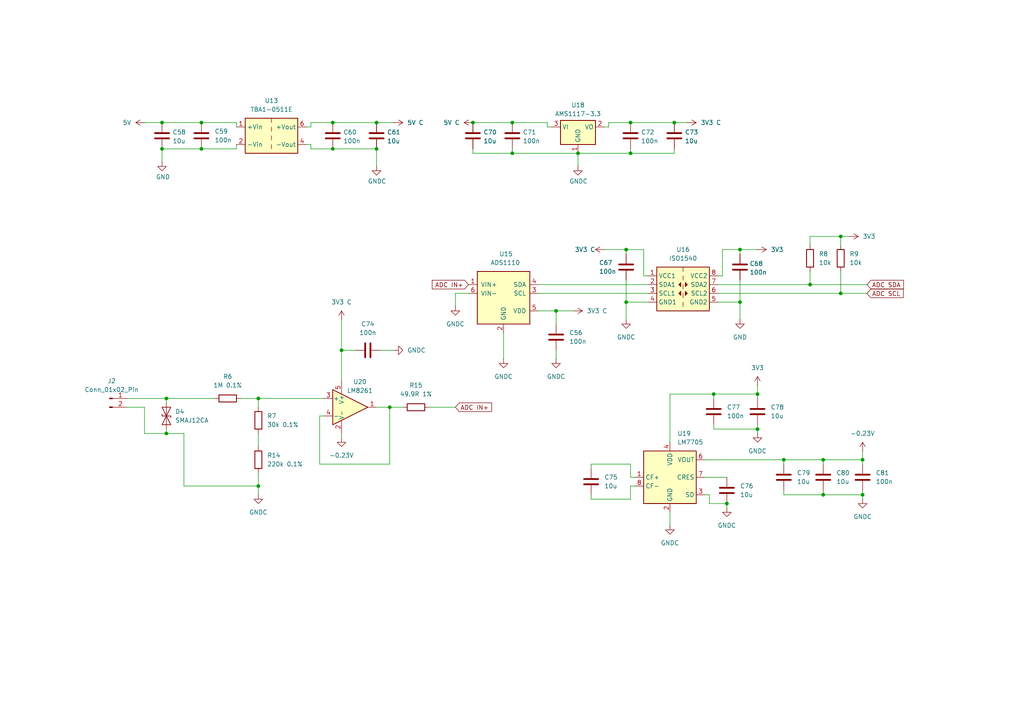
<source format=kicad_sch>
(kicad_sch (version 20250114) (generator "eeschema") (generator_version "9.0")
  (paper "A4")
  (title_block (title "Analogni ulaz 0 - 10 V") (date "2025-05-20") (rev "V1") (company "TVZ"))
  (lib_symbols
    (symbol "Amplifier_Operational:LM8261" (pin_names (offset 0.127))
      (property "Reference" "U" (at -1.27 6.35 0))
      (property "Value" "LM8261" (at -1.27 3.81 0))
      (symbol "LM8261_0_1"
        (polyline (pts (xy -5.08 5.08) (xy 5.08 0) (xy -5.08 -5.08) (xy -5.08 5.08)) (stroke (width 0.254)) (fill (type background)))
        (pin power_in line (at -2.54 7.62 270) (length 3.81) (name "V+") (number "5"))
        (pin power_in line (at -2.54 -7.62 90) (length 3.81) (name "V-") (number "2"))
      )
      (symbol "LM8261_1_1"
        (pin input line (at -7.62 2.54 0) (length 2.54) (name "+") (number "3"))
        (pin input line (at -7.62 -2.54 0) (length 2.54) (name "-") (number "4"))
        (pin output line (at 7.62 0 180) (length 2.54) (name "~") (number "1"))
      )
    )
    (symbol "Analog_ADC:ADS1110" (pin_names (offset 1.016))
      (property "Reference" "U15" (at -1.27 12.7 0))
      (property "Value" "ADS1110" (at -3.81 10.16 0))
      (symbol "ADS1110_0_1"
        (rectangle (start -7.62 7.62) (end 7.62 -7.62) (stroke (width 0.254)) (fill (type background)))
      )
      (symbol "ADS1110_1_1"
        (pin input line (at -10.16 3.81 0) (length 2.54) (name "VIN+") (number "1"))
        (pin input line (at -10.16 1.27 0) (length 2.54) (name "VIN-") (number "6"))
        (pin power_in line (at 0 -10.16 90) (length 2.54) (name "GND") (number "2"))
        (pin bidirectional line (at 10.16 3.81 180) (length 2.54) (name "SDA") (number "4"))
        (pin input line (at 10.16 1.27 180) (length 2.54) (name "SCL") (number "3"))
        (pin power_in line (at 10.16 -3.81 180) (length 2.54) (name "VDD") (number "5"))
      )
    )
    (symbol "Connector:Conn_01x02_Pin" (pin_names (offset 1.016) (hide yes))
      (property "Reference" "J" (at 0 2.54 0))
      (property "Value" "Conn_01x02_Pin" (at 0 -5.08 0))
      (symbol "Conn_01x02_Pin_1_1"
        (rectangle (start 0.8636 0.127) (end 0 -0.127) (stroke (width 0.1524)) (fill (type outline)))
        (rectangle (start 0.8636 -2.413) (end 0 -2.667) (stroke (width 0.1524)) (fill (type outline)))
        (polyline (pts (xy 1.27 0) (xy 0.8636 0)) (stroke (width 0.1524)))
        (polyline (pts (xy 1.27 -2.54) (xy 0.8636 -2.54)) (stroke (width 0.1524)))
        (pin passive line (at 5.08 0 180) (length 3.81) (name "Pin_1") (number "1"))
        (pin passive line (at 5.08 -2.54 180) (length 3.81) (name "Pin_2") (number "2"))
      )
    )
    (symbol "Converter_DCDC:TBA1-0511E"
      (property "Reference" "U" (at -6.35 6.35 0))
      (property "Value" "TBA1-0511E" (at 2.54 6.35 0))
      (symbol "TBA1-0511E_0_1"
        (rectangle (start -7.62 5.08) (end 7.62 -5.08) (stroke (width 0.254)) (fill (type background)))
        (polyline (pts (xy 0 5.08) (xy 0 3.81)))
        (polyline (pts (xy 0 2.54) (xy 0 1.27)))
        (polyline (pts (xy 0 0) (xy 0 -1.27)))
        (polyline (pts (xy 0 -2.54) (xy 0 -3.81)))
      )
      (symbol "TBA1-0511E_1_1"
        (pin power_in line (at -10.16 2.54 0) (length 2.54) (name "+Vin") (number "1"))
        (pin power_in line (at -10.16 -2.54 0) (length 2.54) (name "-Vin") (number "2"))
        (pin power_out line (at 10.16 2.54 180) (length 2.54) (name "+Vout") (number "6"))
        (pin power_out line (at 10.16 -2.54 180) (length 2.54) (name "-Vout") (number "4"))
      )
    )
    (symbol "Device:C" (pin_numbers (hide yes)) (pin_names (offset 0.254))
      (property "Reference" "C" (at 0.635 2.54 0))
      (property "Value" "C" (at 0.635 -2.54 0))
      (symbol "C_0_1"
        (polyline (pts (xy -2.032 0.762) (xy 2.032 0.762)) (stroke (width 0.508)))
        (polyline (pts (xy -2.032 -0.762) (xy 2.032 -0.762)) (stroke (width 0.508)))
      )
      (symbol "C_1_1"
        (pin passive line (at 0 3.81 270) (length 2.794) (name "~") (number "1"))
        (pin passive line (at 0 -3.81 90) (length 2.794) (name "~") (number "2"))
      )
    )
    (symbol "Device:R" (pin_numbers (hide yes)) (pin_names (offset 0))
      (property "Reference" "R" (at 2.032 0 90))
      (property "Value" "R" (at 0 0 90))
      (symbol "R_0_1"
        (rectangle (start -1.016 -2.54) (end 1.016 2.54) (stroke (width 0.254)))
      )
      (symbol "R_1_1"
        (pin passive line (at 0 3.81 270) (length 1.27) (name "~") (number "1"))
        (pin passive line (at 0 -3.81 90) (length 1.27) (name "~") (number "2"))
      )
    )
    (symbol "Diode:SMAJ12CA" (pin_numbers (hide yes)) (pin_names (offset 1.016) (hide yes))
      (property "Reference" "D" (at 0 2.54 0))
      (property "Value" "SMAJ12CA" (at 0 -2.54 0))
      (symbol "SMAJ12CA_0_1"
        (polyline (pts (xy -2.54 -1.27) (xy 0 0) (xy -2.54 1.27) (xy -2.54 -1.27)) (stroke (width 0.2032)))
        (polyline (pts (xy 0.508 1.27) (xy 0 1.27) (xy 0 -1.27) (xy -0.508 -1.27)) (stroke (width 0.2032)))
        (polyline (pts (xy 1.27 0) (xy -1.27 0)))
        (polyline (pts (xy 2.54 1.27) (xy 2.54 -1.27) (xy 0 0) (xy 2.54 1.27)) (stroke (width 0.2032)))
      )
      (symbol "SMAJ12CA_1_1"
        (pin passive line (at -3.81 0 0) (length 2.54) (name "A1") (number "1"))
        (pin passive line (at 3.81 0 180) (length 2.54) (name "A2") (number "2"))
      )
    )
    (symbol "Isolator:ISO1540"
      (property "Reference" "U" (at -6.35 6.35 0))
      (property "Value" "ISO1540" (at 3.81 6.35 0))
      (symbol "ISO1540_0_1"
        (rectangle (start -7.62 5.08) (end 7.62 -7.62) (stroke (width 0.254)) (fill (type background)))
        (polyline (pts (xy -0.635 0.635) (xy -1.27 0) (xy -0.635 -0.635) (xy -0.635 0.635)) (fill (type outline)))
        (polyline (pts (xy 0 5.08) (xy 0 3.81)))
        (polyline (pts (xy 0 2.54) (xy 0 1.27)))
        (polyline (pts (xy 0 0) (xy 0 -1.27)))
        (polyline (pts (xy 0 -2.54) (xy 0 -3.81)))
        (rectangle (start 0 -5.08) (end 0 -6.35))
        (polyline (pts (xy 0.635 0.635) (xy 1.27 0) (xy 0.635 -0.635) (xy 0.635 0.635)) (fill (type outline)))
        (polyline (pts (xy 0.635 -1.905) (xy 1.27 -2.54) (xy 0.635 -3.175) (xy 0.635 -1.905)) (fill (type outline)))
      )
      (symbol "ISO1540_1_1"
        (polyline (pts (xy -0.635 -1.905) (xy -1.27 -2.54) (xy -0.635 -3.175) (xy -0.635 -1.905)) (fill (type outline)))
        (pin power_in line (at -10.16 2.54 0) (length 2.54) (name "VCC1") (number "1"))
        (pin bidirectional line (at -10.16 0 0) (length 2.54) (name "SDA1") (number "2"))
        (pin bidirectional line (at -10.16 -2.54 0) (length 2.54) (name "SCL1") (number "3"))
        (pin power_in line (at -10.16 -5.08 0) (length 2.54) (name "GND1") (number "4"))
        (pin power_in line (at 10.16 2.54 180) (length 2.54) (name "VCC2") (number "8"))
        (pin bidirectional line (at 10.16 0 180) (length 2.54) (name "SDA2") (number "7"))
        (pin bidirectional line (at 10.16 -2.54 180) (length 2.54) (name "SCL2") (number "6"))
        (pin power_in line (at 10.16 -5.08 180) (length 2.54) (name "GND2") (number "5"))
      )
    )
    (symbol "Regulator_Linear:AMS1117-3.3"
      (property "Reference" "U" (at -3.81 3.175 0))
      (property "Value" "AMS1117-3.3" (at 0 3.175 0))
      (symbol "AMS1117-3.3_0_1"
        (rectangle (start -5.08 -5.08) (end 5.08 1.905) (stroke (width 0.254)) (fill (type background)))
      )
      (symbol "AMS1117-3.3_1_1"
        (pin power_in line (at -7.62 0 0) (length 2.54) (name "VI") (number "3"))
        (pin power_in line (at 0 -7.62 90) (length 2.54) (name "GND") (number "1"))
        (pin power_out line (at 7.62 0 180) (length 2.54) (name "VO") (number "2"))
      )
    )
    (symbol "Regulator_SwitchedCapacitor:LM7705"
      (property "Reference" "U19" (at 2.1433 12.7 0))
      (property "Value" "LM7705" (at 2.1433 10.16 0))
      (symbol "LM7705_0_1"
        (rectangle (start -7.62 7.62) (end 7.62 -7.62) (stroke (width 0.254)) (fill (type background)))
      )
      (symbol "LM7705_1_1"
        (pin passive line (at -10.16 0 0) (length 2.54) (name "CF+") (number "1"))
        (pin passive line (at -10.16 -2.54 0) (length 2.54) (name "CF-") (number "8"))
        (pin power_in line (at 0 10.16 270) (length 2.54) (name "VDD") (number "4"))
        (pin power_in line (at 0 -10.16 90) (length 2.54) (name "GND") (number "2"))
        (pin passive line (at 0 -10.16 90) (length 2.54) (hide yes) (name "GND") (number "5"))
        (pin power_out line (at 10.16 5.08 180) (length 2.54) (name "VOUT") (number "6"))
        (pin passive line (at 10.16 0 180) (length 2.54) (name "CRES") (number "7"))
        (pin input line (at 10.16 -5.08 180) (length 2.54) (name "SD") (number "3"))
      )
    )
    (symbol "power:+1V0" (power) (pin_numbers (hide yes)) (pin_names (offset 0) (hide yes))
      (property "Value" "+1V0" (at 0 3.556 0))
      (symbol "+1V0_0_1"
        (polyline (pts (xy -0.762 1.27) (xy 0 2.54)))
        (polyline (pts (xy 0 2.54) (xy 0.762 1.27)))
        (polyline (pts (xy 0 0) (xy 0 2.54)))
      )
      (symbol "+1V0_1_1"
        (pin power_in line (at 0 0 90) (length 0) (name "~") (number "1"))
      )
    )
    (symbol "power:+24V" (power) (pin_numbers (hide yes)) (pin_names (offset 0) (hide yes))
      (property "Value" "+24V" (at 0 3.556 0))
      (symbol "+24V_0_1"
        (polyline (pts (xy -0.762 1.27) (xy 0 2.54)))
        (polyline (pts (xy 0 2.54) (xy 0.762 1.27)))
        (polyline (pts (xy 0 0) (xy 0 2.54)))
      )
      (symbol "+24V_1_1"
        (pin power_in line (at 0 0 90) (length 0) (name "~") (number "1"))
      )
    )
    (symbol "power:+5V" (power) (pin_numbers (hide yes)) (pin_names (offset 0) (hide yes))
      (property "Value" "+5V" (at 0 3.556 0))
      (symbol "+5V_0_1"
        (polyline (pts (xy -0.762 1.27) (xy 0 2.54)))
        (polyline (pts (xy 0 2.54) (xy 0.762 1.27)))
        (polyline (pts (xy 0 0) (xy 0 2.54)))
      )
      (symbol "+5V_1_1"
        (pin power_in line (at 0 0 90) (length 0) (name "~") (number "1"))
      )
    )
    (symbol "power:GND" (power) (pin_numbers (hide yes)) (pin_names (offset 0) (hide yes))
      (property "Value" "GND" (at 0 -3.81 0))
      (symbol "GND_0_1"
        (polyline (pts (xy 0 0) (xy 0 -1.27) (xy 1.27 -1.27) (xy 0 -2.54) (xy -1.27 -1.27) (xy 0 -1.27)))
      )
      (symbol "GND_1_1"
        (pin power_in line (at 0 0 270) (length 0) (name "~") (number "1"))
      )
    )
    (symbol "power:GND2" (power) (pin_numbers (hide yes)) (pin_names (offset 0) (hide yes))
      (property "Value" "GND2" (at 0 -3.81 0))
      (symbol "GND2_0_1"
        (polyline (pts (xy 0 0) (xy 0 -1.27) (xy 1.27 -1.27) (xy 0 -2.54) (xy -1.27 -1.27) (xy 0 -1.27)))
      )
      (symbol "GND2_1_1"
        (pin power_in line (at 0 0 270) (length 0) (name "~") (number "1"))
      )
    )
  )
  (junction (at 96.52 35.56))
  (junction (at 250.19 143.51))
  (junction (at 96.52 43.18))
  (junction (at 182.88 35.56))
  (junction (at 48.26 125.73))
  (junction (at 214.63 87.63))
  (junction (at 227.33 133.35))
  (junction (at 182.88 44.45))
  (junction (at 214.63 72.39))
  (junction (at 195.58 35.56))
  (junction (at 250.19 133.35))
  (junction (at 238.76 143.51))
  (junction (at 234.95 82.55))
  (junction (at 161.29 90.17))
  (junction (at 46.99 35.56))
  (junction (at 167.64 44.45))
  (junction (at 219.71 124.46))
  (junction (at 243.84 85.09))
  (junction (at 238.76 133.35))
  (junction (at 243.84 68.58))
  (junction (at 109.22 35.56))
  (junction (at 148.59 44.45))
  (junction (at 137.16 35.56))
  (junction (at 46.99 43.18))
  (junction (at 181.61 72.39))
  (junction (at 48.26 115.57))
  (junction (at 99.06 101.6))
  (junction (at 210.82 146.05))
  (junction (at 74.93 140.97))
  (junction (at 181.61 87.63))
  (junction (at 74.93 115.57))
  (junction (at 109.22 43.18))
  (junction (at 58.42 43.18))
  (junction (at 148.59 35.56))
  (junction (at 207.01 114.3))
  (junction (at 58.42 35.56))
  (junction (at 219.71 114.3))
  (junction (at 113.03 118.11))
  (wire (pts (xy 176.53 35.56) (xy 182.88 35.56)))
  (wire (pts (xy 53.34 140.97) (xy 74.93 140.97)))
  (wire (pts (xy 234.95 68.58) (xy 243.84 68.58)))
  (wire (pts (xy 41.91 35.56) (xy 46.99 35.56)))
  (wire (pts (xy 113.03 118.11) (xy 116.84 118.11)))
  (wire (pts (xy 132.08 88.9) (xy 132.08 85.09)))
  (wire (pts (xy 36.83 118.11) (xy 41.91 118.11)))
  (wire (pts (xy 219.71 114.3) (xy 219.71 115.57)))
  (wire (pts (xy 48.26 125.73) (xy 48.26 124.46)))
  (wire (pts (xy 182.88 144.78) (xy 182.88 140.97)))
  (wire (pts (xy 250.19 133.35) (xy 238.76 133.35)))
  (wire (pts (xy 204.47 133.35) (xy 227.33 133.35)))
  (wire (pts (xy 156.21 90.17) (xy 161.29 90.17)))
  (wire (pts (xy 251.46 82.55) (xy 234.95 82.55)))
  (wire (pts (xy 41.91 118.11) (xy 41.91 125.73)))
  (wire (pts (xy 160.02 36.83) (xy 158.75 36.83)))
  (wire (pts (xy 187.96 80.01) (xy 186.69 80.01)))
  (wire (pts (xy 74.93 140.97) (xy 74.93 143.51)))
  (wire (pts (xy 175.26 36.83) (xy 176.53 36.83)))
  (wire (pts (xy 48.26 115.57) (xy 62.23 115.57)))
  (wire (pts (xy 243.84 68.58) (xy 243.84 71.12)))
  (wire (pts (xy 243.84 68.58) (xy 246.38 68.58)))
  (wire (pts (xy 250.19 130.81) (xy 250.19 133.35)))
  (wire (pts (xy 171.45 144.78) (xy 182.88 144.78)))
  (wire (pts (xy 53.34 125.73) (xy 53.34 140.97)))
  (wire (pts (xy 194.31 148.59) (xy 194.31 152.4)))
  (wire (pts (xy 93.98 120.65) (xy 92.71 120.65)))
  (wire (pts (xy 243.84 85.09) (xy 208.28 85.09)))
  (wire (pts (xy 46.99 43.18) (xy 46.99 46.99)))
  (wire (pts (xy 182.88 43.18) (xy 182.88 44.45)))
  (wire (pts (xy 36.83 115.57) (xy 48.26 115.57)))
  (wire (pts (xy 92.71 134.62) (xy 113.03 134.62)))
  (wire (pts (xy 74.93 115.57) (xy 74.93 118.11)))
  (wire (pts (xy 92.71 120.65) (xy 92.71 134.62)))
  (wire (pts (xy 209.55 80.01) (xy 209.55 72.39)))
  (wire (pts (xy 46.99 43.18) (xy 58.42 43.18)))
  (wire (pts (xy 182.88 44.45) (xy 195.58 44.45)))
  (wire (pts (xy 148.59 44.45) (xy 167.64 44.45)))
  (wire (pts (xy 204.47 138.43) (xy 210.82 138.43)))
  (wire (pts (xy 90.17 43.18) (xy 96.52 43.18)))
  (wire (pts (xy 209.55 72.39) (xy 214.63 72.39)))
  (wire (pts (xy 167.64 44.45) (xy 182.88 44.45)))
  (wire (pts (xy 58.42 43.18) (xy 68.58 43.18)))
  (wire (pts (xy 250.19 143.51) (xy 250.19 144.78)))
  (wire (pts (xy 109.22 43.18) (xy 109.22 48.26)))
  (wire (pts (xy 214.63 72.39) (xy 219.71 72.39)))
  (wire (pts (xy 207.01 114.3) (xy 207.01 115.57)))
  (wire (pts (xy 187.96 87.63) (xy 181.61 87.63)))
  (wire (pts (xy 207.01 124.46) (xy 207.01 123.19)))
  (wire (pts (xy 88.9 41.91) (xy 90.17 41.91)))
  (wire (pts (xy 208.28 82.55) (xy 234.95 82.55)))
  (wire (pts (xy 74.93 115.57) (xy 93.98 115.57)))
  (wire (pts (xy 158.75 35.56) (xy 148.59 35.56)))
  (wire (pts (xy 132.08 85.09) (xy 135.89 85.09)))
  (wire (pts (xy 74.93 125.73) (xy 74.93 129.54)))
  (wire (pts (xy 238.76 143.51) (xy 250.19 143.51)))
  (wire (pts (xy 96.52 43.18) (xy 109.22 43.18)))
  (wire (pts (xy 109.22 118.11) (xy 113.03 118.11)))
  (wire (pts (xy 137.16 35.56) (xy 148.59 35.56)))
  (wire (pts (xy 96.52 35.56) (xy 109.22 35.56)))
  (wire (pts (xy 227.33 134.62) (xy 227.33 133.35)))
  (wire (pts (xy 195.58 43.18) (xy 195.58 44.45)))
  (wire (pts (xy 109.22 35.56) (xy 114.3 35.56)))
  (wire (pts (xy 74.93 140.97) (xy 74.93 137.16)))
  (wire (pts (xy 113.03 118.11) (xy 113.03 134.62)))
  (wire (pts (xy 171.45 143.51) (xy 171.45 144.78)))
  (wire (pts (xy 156.21 85.09) (xy 187.96 85.09)))
  (wire (pts (xy 161.29 90.17) (xy 166.37 90.17)))
  (wire (pts (xy 171.45 134.62) (xy 171.45 135.89)))
  (wire (pts (xy 181.61 81.28) (xy 181.61 87.63)))
  (wire (pts (xy 227.33 143.51) (xy 238.76 143.51)))
  (wire (pts (xy 99.06 125.73) (xy 99.06 127)))
  (wire (pts (xy 182.88 35.56) (xy 195.58 35.56)))
  (wire (pts (xy 48.26 116.84) (xy 48.26 115.57)))
  (wire (pts (xy 214.63 87.63) (xy 208.28 87.63)))
  (wire (pts (xy 68.58 43.18) (xy 68.58 41.91)))
  (wire (pts (xy 90.17 36.83) (xy 90.17 35.56)))
  (wire (pts (xy 90.17 35.56) (xy 96.52 35.56)))
  (wire (pts (xy 205.74 143.51) (xy 205.74 146.05)))
  (wire (pts (xy 68.58 35.56) (xy 68.58 36.83)))
  (wire (pts (xy 227.33 142.24) (xy 227.33 143.51)))
  (wire (pts (xy 58.42 35.56) (xy 68.58 35.56)))
  (wire (pts (xy 99.06 101.6) (xy 99.06 110.49)))
  (wire (pts (xy 219.71 123.19) (xy 219.71 124.46)))
  (wire (pts (xy 114.3 101.6) (xy 110.49 101.6)))
  (wire (pts (xy 181.61 87.63) (xy 181.61 92.71)))
  (wire (pts (xy 204.47 143.51) (xy 205.74 143.51)))
  (wire (pts (xy 195.58 35.56) (xy 199.39 35.56)))
  (wire (pts (xy 88.9 36.83) (xy 90.17 36.83)))
  (wire (pts (xy 186.69 80.01) (xy 186.69 72.39)))
  (wire (pts (xy 48.26 125.73) (xy 53.34 125.73)))
  (wire (pts (xy 161.29 101.6) (xy 161.29 104.14)))
  (wire (pts (xy 234.95 71.12) (xy 234.95 68.58)))
  (wire (pts (xy 214.63 81.28) (xy 214.63 87.63)))
  (wire (pts (xy 182.88 138.43) (xy 184.15 138.43)))
  (wire (pts (xy 210.82 146.05) (xy 210.82 147.32)))
  (wire (pts (xy 176.53 36.83) (xy 176.53 35.56)))
  (wire (pts (xy 214.63 72.39) (xy 214.63 73.66)))
  (wire (pts (xy 181.61 72.39) (xy 181.61 73.66)))
  (wire (pts (xy 69.85 115.57) (xy 74.93 115.57)))
  (wire (pts (xy 175.26 72.39) (xy 181.61 72.39)))
  (wire (pts (xy 137.16 43.18) (xy 137.16 44.45)))
  (wire (pts (xy 41.91 125.73) (xy 48.26 125.73)))
  (wire (pts (xy 214.63 92.71) (xy 214.63 87.63)))
  (wire (pts (xy 227.33 133.35) (xy 238.76 133.35)))
  (wire (pts (xy 158.75 36.83) (xy 158.75 35.56)))
  (wire (pts (xy 161.29 90.17) (xy 161.29 93.98)))
  (wire (pts (xy 102.87 101.6) (xy 99.06 101.6)))
  (wire (pts (xy 207.01 114.3) (xy 219.71 114.3)))
  (wire (pts (xy 238.76 142.24) (xy 238.76 143.51)))
  (wire (pts (xy 171.45 134.62) (xy 182.88 134.62)))
  (wire (pts (xy 181.61 72.39) (xy 186.69 72.39)))
  (wire (pts (xy 250.19 134.62) (xy 250.19 133.35)))
  (wire (pts (xy 234.95 78.74) (xy 234.95 82.55)))
  (wire (pts (xy 194.31 128.27) (xy 194.31 114.3)))
  (wire (pts (xy 99.06 92.71) (xy 99.06 101.6)))
  (wire (pts (xy 219.71 124.46) (xy 219.71 125.73)))
  (wire (pts (xy 46.99 35.56) (xy 58.42 35.56)))
  (wire (pts (xy 146.05 96.52) (xy 146.05 104.14)))
  (wire (pts (xy 124.46 118.11) (xy 132.08 118.11)))
  (wire (pts (xy 156.21 82.55) (xy 187.96 82.55)))
  (wire (pts (xy 148.59 43.18) (xy 148.59 44.45)))
  (wire (pts (xy 182.88 140.97) (xy 184.15 140.97)))
  (wire (pts (xy 251.46 85.09) (xy 243.84 85.09)))
  (wire (pts (xy 182.88 134.62) (xy 182.88 138.43)))
  (wire (pts (xy 194.31 114.3) (xy 207.01 114.3)))
  (wire (pts (xy 250.19 142.24) (xy 250.19 143.51)))
  (wire (pts (xy 137.16 44.45) (xy 148.59 44.45)))
  (wire (pts (xy 208.28 80.01) (xy 209.55 80.01)))
  (wire (pts (xy 207.01 124.46) (xy 219.71 124.46)))
  (wire (pts (xy 238.76 133.35) (xy 238.76 134.62)))
  (wire (pts (xy 219.71 111.76) (xy 219.71 114.3)))
  (wire (pts (xy 243.84 78.74) (xy 243.84 85.09)))
  (wire (pts (xy 205.74 146.05) (xy 210.82 146.05)))
  (wire (pts (xy 90.17 41.91) (xy 90.17 43.18)))
  (wire (pts (xy 167.64 44.45) (xy 167.64 48.26)))
  (global_label "ADC SDA" (shape input) (at 251.46 82.55 0) (property "Intersheetrefs" "${INTERSHEET_REFS}" (effects (hide yes))))
  (global_label "ADC IN+" (shape input) (at 132.08 118.11 0) (property "Intersheetrefs" "${INTERSHEET_REFS}" (effects (hide yes))))
  (global_label "ADC IN+" (shape input) (at 135.89 82.55 180) (property "Intersheetrefs" "${INTERSHEET_REFS}" (effects (hide yes))))
  (global_label "ADC SCL" (shape input) (at 251.46 85.09 0) (property "Intersheetrefs" "${INTERSHEET_REFS}" (effects (hide yes))))
  (symbol (lib_id "power:+24V") (at 219.71 111.76 0) (unit 1)
    (property "Reference" "#PWR0100" (effects (hide yes)))
    (property "Value" "3V3" (at 219.71 106.68 0))
    (property "Description" "Power symbol creates a global label with name \"+24V\"" (effects (hide yes)))
  )
  (symbol (lib_id "Connector:Conn_01x02_Pin") (at 31.75 115.57 0) (unit 1)
    (property "Reference" "J2" (at 32.385 110.49 0))
    (property "Value" "Conn_01x02_Pin" (at 32.385 113.03 0))
    (property "Footprint" "Connector_Phoenix_GMSTB:PhoenixContact_GMSTBA_2,5_2-G-7,62_1x02_P7.62mm_Horizontal" (effects (hide yes)))
    (property "Description" "Generic connector, single row, 01x02, script generated" (effects (hide yes)))
  )
  (symbol (lib_id "power:GND") (at 210.82 147.32 0) (unit 1)
    (property "Reference" "#PWR097" (effects (hide yes)))
    (property "Value" "GNDC" (at 210.82 152.4 0))
    (property "Description" "Power symbol creates a global label with name \"GND\" , ground" (effects (hide yes)))
  )
  (symbol (lib_id "power:GND") (at 146.05 104.14 0) (unit 1)
    (property "Reference" "#PWR082" (effects (hide yes)))
    (property "Value" "GNDC" (at 146.05 109.22 0))
    (property "Description" "Power symbol creates a global label with name \"GND\" , ground" (effects (hide yes)))
  )
  (symbol (lib_id "power:GND") (at 161.29 104.14 0) (unit 1)
    (property "Reference" "#PWR084" (effects (hide yes)))
    (property "Value" "GNDC" (at 161.29 109.22 0))
    (property "Description" "Power symbol creates a global label with name \"GND\" , ground" (effects (hide yes)))
  )
  (symbol (lib_id "power:+24V") (at 99.06 92.71 0) (unit 1)
    (property "Reference" "#PWR095" (effects (hide yes)))
    (property "Value" "3V3 C" (at 99.06 87.63 0))
    (property "Description" "Power symbol creates a global label with name \"+24V\"" (effects (hide yes)))
  )
  (symbol (lib_id "Device:C") (at 207.01 119.38 180) (unit 1)
    (property "Reference" "C77" (at 210.82 118.1099 0) (effects (justify right)))
    (property "Value" "100n" (at 210.82 120.6499 0) (effects (justify right)))
    (property "Footprint" "Capacitor_SMD:C_1206_3216Metric_Pad1.33x1.80mm_HandSolder" (effects (hide yes)))
    (property "Description" "Unpolarized capacitor" (effects (hide yes)))
  )
  (symbol (lib_id "Regulator_SwitchedCapacitor:LM7705") (at 194.31 138.43 0) (unit 1)
    (property "Reference" "U19" (at 196.4533 125.73 0) (effects (justify left)))
    (property "Value" "LM7705" (at 196.4533 128.27 0) (effects (justify left)))
    (property "Footprint" "Package_SO:VSSOP-8_3x3mm_P0.65mm" (effects (hide yes)))
    (property "Datasheet" "http://www.ti.com/lit/ds/symlink/lm7705.pdf" (effects (hide yes)))
    (property "Description" "Negative bias generator, low-noise, 3-5.25V input, -0.232V fixed output, VSSOP-8" (effects (hide yes)))
  )
  (symbol (lib_id "Device:C") (at 181.61 77.47 0) (unit 1)
    (property "Reference" "C67" (at 173.736 76.2 0) (effects (justify left)))
    (property "Value" "100n" (at 173.736 78.74 0) (effects (justify left)))
    (property "Footprint" "Capacitor_SMD:C_1206_3216Metric_Pad1.33x1.80mm_HandSolder" (effects (hide yes)))
    (property "Description" "Unpolarized capacitor" (effects (hide yes)))
  )
  (symbol (lib_id "Diode:SMAJ12CA") (at 48.26 120.65 90) (unit 1)
    (property "Reference" "D4" (at 50.8 119.3799 90) (effects (justify right)))
    (property "Value" "SMAJ12CA" (at 50.8 121.9199 90) (effects (justify right)))
    (property "Footprint" "Diode_SMD:D_SMA" (effects (hide yes)))
    (property "Datasheet" "https://www.littelfuse.com/media?resourcetype=datasheets&itemid=75e32973-b177-4ee3-a0ff-cedaf1abdb93&filename=smaj-datasheet" (effects (hide yes)))
    (property "Description" "400W bidirectional Transient Voltage Suppressor, 12.0Vr, SMA(DO-214AC)" (effects (hide yes)))
  )
  (symbol (lib_id "Device:R") (at 120.65 118.11 90) (unit 1)
    (property "Reference" "R15" (at 120.65 111.76 90))
    (property "Value" "49.9R 1%" (at 120.65 114.3 90))
    (property "Description" "Resistor" (effects (hide yes)))
  )
  (symbol (lib_id "Device:C") (at 109.22 39.37 180) (unit 1)
    (property "Reference" "C61" (at 112.268 38.354 0) (effects (justify right)))
    (property "Value" "10u" (at 112.268 40.894 0) (effects (justify right)))
    (property "Footprint" "Capacitor_SMD:C_1206_3216Metric_Pad1.33x1.80mm_HandSolder" (effects (hide yes)))
    (property "Description" "Unpolarized capacitor" (effects (hide yes)))
  )
  (symbol (lib_id "power:GND2") (at 109.22 48.26 0) (unit 1)
    (property "Reference" "#PWR074" (effects (hide yes)))
    (property "Value" "GNDC" (at 106.68 52.578 0) (effects (justify left)))
    (property "Description" "Power symbol creates a global label with name \"GND2\" , ground" (effects (hide yes)))
  )
  (symbol (lib_id "power:+1V0") (at 250.19 130.81 0) (unit 1)
    (property "Reference" "#PWR080" (effects (hide yes)))
    (property "Value" "-0.23V" (at 250.19 125.73 0))
    (property "Description" "Power symbol creates a global label with name \"+1V0\"" (effects (hide yes)))
  )
  (symbol (lib_id "power:GND2") (at 46.99 46.99 0) (unit 1)
    (property "Reference" "#PWR073" (effects (hide yes)))
    (property "Value" "GND" (at 45.212 51.308 0) (effects (justify left)))
    (property "Description" "Power symbol creates a global label with name \"GND2\" , ground" (effects (hide yes)))
  )
  (symbol (lib_id "power:GND") (at 99.06 127 0) (unit 1)
    (property "Reference" "#PWR0101" (effects (hide yes)))
    (property "Value" "-0.23V" (at 99.06 132.08 0))
    (property "Description" "Power symbol creates a global label with name \"GND\" , ground" (effects (hide yes)))
  )
  (symbol (lib_id "Device:C") (at 46.99 39.37 180) (unit 1)
    (property "Reference" "C58" (at 50.038 38.354 0) (effects (justify right)))
    (property "Value" "10u" (at 50.038 40.894 0) (effects (justify right)))
    (property "Footprint" "Capacitor_SMD:C_1206_3216Metric_Pad1.33x1.80mm_HandSolder" (effects (hide yes)))
    (property "Description" "Unpolarized capacitor" (effects (hide yes)))
  )
  (symbol (lib_id "Converter_DCDC:TBA1-0511E") (at 78.74 39.37 0) (unit 1)
    (property "Reference" "U13" (at 78.74 29.21 0))
    (property "Value" "TBA1-0511E" (at 78.74 31.75 0))
    (property "Footprint" "Converter_DCDC:Converter_DCDC_TRACO_TBA1-xxxxE_Single_THT" (effects (hide yes)))
    (property "Datasheet" "https://www.tracopower.com/products/tba1e.pdf" (effects (hide yes)))
    (property "Description" "1W DC/DC converter unregulated, 4.5-5.5V input, 5V fixed output voltage, 200mA output, 1.5kVDC isolation, SIP-7" (effects (hide yes)))
  )
  (symbol (lib_id "power:+24V") (at 166.37 90.17 270) (unit 1)
    (property "Reference" "#PWR083" (effects (hide yes)))
    (property "Value" "3V3 C" (at 170.18 90.1699 90) (effects (justify left)))
    (property "Description" "Power symbol creates a global label with name \"+24V\"" (effects (hide yes)))
  )
  (symbol (lib_id "power:GND") (at 219.71 125.73 0) (unit 1)
    (property "Reference" "#PWR098" (effects (hide yes)))
    (property "Value" "GNDC" (at 219.71 130.81 0))
    (property "Description" "Power symbol creates a global label with name \"GND\" , ground" (effects (hide yes)))
  )
  (symbol (lib_id "Device:C") (at 210.82 142.24 180) (unit 1)
    (property "Reference" "C76" (at 214.63 140.9699 0) (effects (justify right)))
    (property "Value" "10u" (at 214.63 143.5099 0) (effects (justify right)))
    (property "Footprint" "Capacitor_SMD:C_1206_3216Metric_Pad1.33x1.80mm_HandSolder" (effects (hide yes)))
    (property "Description" "Unpolarized capacitor" (effects (hide yes)))
  )
  (symbol (lib_id "power:+5V") (at 41.91 35.56 90) (unit 1)
    (property "Reference" "#PWR072" (effects (hide yes)))
    (property "Value" "5V" (at 38.1 35.5599 90) (effects (justify left)))
    (property "Description" "Power symbol creates a global label with name \"+5V\"" (effects (hide yes)))
  )
  (symbol (lib_id "Analog_ADC:ADS1110") (at 146.05 86.36 0) (unit 1)
    (property "Reference" "U15" (at 144.78 73.66 0) (effects (justify left)))
    (property "Value" "ADS1110" (at 142.24 76.2 0) (effects (justify left)))
    (property "Footprint" "Package_TO_SOT_SMD:SOT-23-6" (effects (hide yes)))
    (property "Datasheet" "http://www.ti.com/lit/ds/symlink/ads1110.pdf" (effects (hide yes)))
    (property "Description" "16 Bit Analog to Digital converter with on board reference" (effects (hide yes)))
  )
  (symbol (lib_id "power:GND") (at 181.61 92.71 0) (unit 1)
    (property "Reference" "#PWR085" (effects (hide yes)))
    (property "Value" "GNDC" (at 181.61 97.79 0))
    (property "Description" "Power symbol creates a global label with name \"GND\" , ground" (effects (hide yes)))
  )
  (symbol (lib_id "power:+24V") (at 137.16 35.56 90) (unit 1)
    (property "Reference" "#PWR090" (effects (hide yes)))
    (property "Value" "5V C" (at 133.35 35.5599 90) (effects (justify left)))
    (property "Description" "Power symbol creates a global label with name \"+24V\"" (effects (hide yes)))
  )
  (symbol (lib_id "Device:R") (at 66.04 115.57 90) (unit 1)
    (property "Reference" "R6" (at 66.04 109.22 90))
    (property "Value" "1M 0.1%" (at 66.04 111.76 90))
    (property "Footprint" "Resistor_SMD:R_0805_2012Metric_Pad1.20x1.40mm_HandSolder" (effects (hide yes)))
    (property "Description" "Resistor" (effects (hide yes)))
  )
  (symbol (lib_id "power:GND2") (at 167.64 48.26 0) (unit 1)
    (property "Reference" "#PWR091" (effects (hide yes)))
    (property "Value" "GNDC" (at 165.1 52.578 0) (effects (justify left)))
    (property "Description" "Power symbol creates a global label with name \"GND2\" , ground" (effects (hide yes)))
  )
  (symbol (lib_id "Device:C") (at 250.19 138.43 180) (unit 1)
    (property "Reference" "C81" (at 254 137.1599 0) (effects (justify right)))
    (property "Value" "100n" (at 254 139.6999 0) (effects (justify right)))
    (property "Footprint" "Capacitor_SMD:C_1206_3216Metric_Pad1.33x1.80mm_HandSolder" (effects (hide yes)))
    (property "Description" "Unpolarized capacitor" (effects (hide yes)))
  )
  (symbol (lib_id "power:+24V") (at 219.71 72.39 270) (unit 1)
    (property "Reference" "#PWR089" (effects (hide yes)))
    (property "Value" "3V3" (at 223.52 72.3899 90) (effects (justify left)))
    (property "Description" "Power symbol creates a global label with name \"+24V\"" (effects (hide yes)))
  )
  (symbol (lib_id "power:GND") (at 114.3 101.6 90) (unit 1)
    (property "Reference" "#PWR094" (effects (hide yes)))
    (property "Value" "GNDC" (at 118.11 101.5999 90) (effects (justify right)))
    (property "Description" "Power symbol creates a global label with name \"GND\" , ground" (effects (hide yes)))
  )
  (symbol (lib_id "Device:R") (at 74.93 121.92 180) (unit 1)
    (property "Reference" "R7" (at 77.47 120.6499 0) (effects (justify right)))
    (property "Value" "30k 0.1%" (at 77.47 123.1899 0) (effects (justify right)))
    (property "Footprint" "Resistor_SMD:R_0805_2012Metric_Pad1.20x1.40mm_HandSolder" (effects (hide yes)))
    (property "Description" "Resistor" (effects (hide yes)))
  )
  (symbol (lib_id "power:GND") (at 132.08 88.9 0) (unit 1)
    (property "Reference" "#PWR0102" (effects (hide yes)))
    (property "Value" "GNDC" (at 132.08 93.98 0))
    (property "Description" "Power symbol creates a global label with name \"GND\" , ground" (effects (hide yes)))
  )
  (symbol (lib_id "power:+24V") (at 114.3 35.56 270) (unit 1)
    (property "Reference" "#PWR075" (effects (hide yes)))
    (property "Value" "5V C" (at 118.11 35.5599 90) (effects (justify left)))
    (property "Description" "Power symbol creates a global label with name \"+24V\"" (effects (hide yes)))
  )
  (symbol (lib_id "power:GND") (at 250.19 144.78 0) (unit 1)
    (property "Reference" "#PWR099" (effects (hide yes)))
    (property "Value" "GNDC" (at 250.19 149.86 0))
    (property "Description" "Power symbol creates a global label with name \"GND\" , ground" (effects (hide yes)))
  )
  (symbol (lib_id "Device:C") (at 195.58 39.37 180) (unit 1)
    (property "Reference" "C73" (at 198.628 38.354 0) (effects (justify right)))
    (property "Value" "10u" (at 198.628 40.894 0) (effects (justify right)))
    (property "Footprint" "Capacitor_SMD:C_1206_3216Metric_Pad1.33x1.80mm_HandSolder" (effects (hide yes)))
    (property "Description" "Unpolarized capacitor" (effects (hide yes)))
  )
  (symbol (lib_id "Amplifier_Operational:LM8261") (at 101.6 118.11 0) (unit 1)
    (property "Reference" "U20" (at 104.394 110.744 0))
    (property "Value" "LM8261" (at 104.394 113.284 0))
    (property "Footprint" "Package_TO_SOT_SMD:SOT-23-5" (effects (hide yes)))
    (property "Datasheet" "https://www.ti.com/lit/ds/symlink/lm8261.pdf" (effects (hide yes)))
    (property "Description" "Single Opamp, Rail-to-Rail Input/Output, Unlimited Capacitive Load Drive, +53mA/-75mA Output Current, 2.5-30V, 350uV offset, 12MHz GBW, SOT-23-5" (effects (hide yes)))
  )
  (symbol (lib_id "Device:C") (at 171.45 139.7 180) (unit 1)
    (property "Reference" "C75" (at 175.26 138.4299 0) (effects (justify right)))
    (property "Value" "10u" (at 175.26 140.9699 0) (effects (justify right)))
    (property "Footprint" "Capacitor_SMD:C_1206_3216Metric_Pad1.33x1.80mm_HandSolder" (effects (hide yes)))
    (property "Description" "Unpolarized capacitor" (effects (hide yes)))
  )
  (symbol (lib_id "Device:C") (at 161.29 97.79 0) (unit 1)
    (property "Reference" "C56" (at 165.1 96.5199 0) (effects (justify left)))
    (property "Value" "100n" (at 165.1 99.0599 0) (effects (justify left)))
    (property "Footprint" "Capacitor_SMD:C_1206_3216Metric_Pad1.33x1.80mm_HandSolder" (effects (hide yes)))
    (property "Description" "Unpolarized capacitor" (effects (hide yes)))
  )
  (symbol (lib_id "power:GND") (at 214.63 92.71 0) (unit 1)
    (property "Reference" "#PWR086" (effects (hide yes)))
    (property "Value" "GND" (at 214.63 97.79 0))
    (property "Description" "Power symbol creates a global label with name \"GND\" , ground" (effects (hide yes)))
  )
  (symbol (lib_id "Device:C") (at 58.42 39.37 180) (unit 1)
    (property "Reference" "C59" (at 62.23 38.0999 0) (effects (justify right)))
    (property "Value" "100n" (at 62.23 40.6399 0) (effects (justify right)))
    (property "Footprint" "Capacitor_SMD:C_1206_3216Metric_Pad1.33x1.80mm_HandSolder" (effects (hide yes)))
    (property "Description" "Unpolarized capacitor" (effects (hide yes)))
  )
  (symbol (lib_id "power:GND") (at 74.93 143.51 0) (unit 1)
    (property "Reference" "#PWR093" (effects (hide yes)))
    (property "Value" "GNDC" (at 74.93 148.59 0))
    (property "Description" "Power symbol creates a global label with name \"GND\" , ground" (effects (hide yes)))
  )
  (symbol (lib_id "Device:C") (at 137.16 39.37 180) (unit 1)
    (property "Reference" "C70" (at 140.208 38.354 0) (effects (justify right)))
    (property "Value" "10u" (at 140.208 40.894 0) (effects (justify right)))
    (property "Footprint" "Capacitor_SMD:C_1206_3216Metric_Pad1.33x1.80mm_HandSolder" (effects (hide yes)))
    (property "Description" "Unpolarized capacitor" (effects (hide yes)))
  )
  (symbol (lib_id "Device:C") (at 214.63 77.47 0) (unit 1)
    (property "Reference" "C68" (at 217.424 76.454 0) (effects (justify left)))
    (property "Value" "100n" (at 217.424 78.994 0) (effects (justify left)))
    (property "Footprint" "Capacitor_SMD:C_1206_3216Metric_Pad1.33x1.80mm_HandSolder" (effects (hide yes)))
    (property "Description" "Unpolarized capacitor" (effects (hide yes)))
  )
  (symbol (lib_id "Device:R") (at 74.93 133.35 180) (unit 1)
    (property "Reference" "R14" (at 77.47 132.0799 0) (effects (justify right)))
    (property "Value" "220k 0.1%" (at 77.47 134.6199 0) (effects (justify right)))
    (property "Footprint" "Resistor_SMD:R_0805_2012Metric_Pad1.20x1.40mm_HandSolder" (effects (hide yes)))
    (property "Description" "Resistor" (effects (hide yes)))
  )
  (symbol (lib_id "Device:C") (at 148.59 39.37 180) (unit 1)
    (property "Reference" "C71" (at 151.638 38.354 0) (effects (justify right)))
    (property "Value" "100n" (at 151.638 40.894 0) (effects (justify right)))
    (property "Footprint" "Capacitor_SMD:C_1206_3216Metric_Pad1.33x1.80mm_HandSolder" (effects (hide yes)))
    (property "Description" "Unpolarized capacitor" (effects (hide yes)))
  )
  (symbol (lib_id "power:+24V") (at 199.39 35.56 270) (unit 1)
    (property "Reference" "#PWR092" (effects (hide yes)))
    (property "Value" "3V3 C" (at 203.2 35.5599 90) (effects (justify left)))
    (property "Description" "Power symbol creates a global label with name \"+24V\"" (effects (hide yes)))
  )
  (symbol (lib_id "Device:C") (at 96.52 39.37 180) (unit 1)
    (property "Reference" "C60" (at 99.568 38.354 0) (effects (justify right)))
    (property "Value" "100n" (at 99.568 40.894 0) (effects (justify right)))
    (property "Footprint" "Capacitor_SMD:C_1206_3216Metric_Pad1.33x1.80mm_HandSolder" (effects (hide yes)))
    (property "Description" "Unpolarized capacitor" (effects (hide yes)))
  )
  (symbol (lib_id "Isolator:ISO1540") (at 198.12 82.55 0) (unit 1)
    (property "Reference" "U16" (at 198.12 72.39 0))
    (property "Value" "ISO1540" (at 198.12 74.93 0))
    (property "Footprint" "Package_SO:SOIC-8_3.9x4.9mm_P1.27mm" (effects (hide yes)))
    (property "Datasheet" "http://www.ti.com/lit/ds/symlink/iso1541.pdf" (effects (hide yes)))
    (property "Description" "I2C Isolator, 2.5 kVrms, Bidirectional clock and data, SOIC-8" (effects (hide yes)))
  )
  (symbol (lib_id "Regulator_Linear:AMS1117-3.3") (at 167.64 36.83 0) (unit 1)
    (property "Reference" "U18" (at 167.64 30.48 0))
    (property "Value" "AMS1117-3.3" (at 167.64 33.02 0))
    (property "Footprint" "Package_TO_SOT_SMD:SOT-223-3_TabPin2" (effects (hide yes)))
    (property "Datasheet" "http://www.advanced-monolithic.com/pdf/ds1117.pdf" (effects (hide yes)))
    (property "Description" "1A Low Dropout regulator, positive, 3.3V fixed output, SOT-223" (effects (hide yes)))
  )
  (symbol (lib_id "Device:C") (at 219.71 119.38 180) (unit 1)
    (property "Reference" "C78" (at 223.52 118.1099 0) (effects (justify right)))
    (property "Value" "10u" (at 223.52 120.6499 0) (effects (justify right)))
    (property "Footprint" "Capacitor_SMD:C_1206_3216Metric_Pad1.33x1.80mm_HandSolder" (effects (hide yes)))
    (property "Description" "Unpolarized capacitor" (effects (hide yes)))
  )
  (symbol (lib_id "Device:R") (at 234.95 74.93 0) (unit 1)
    (property "Reference" "R8" (at 237.49 73.6599 0) (effects (justify left)))
    (property "Value" "10k" (at 237.49 76.1999 0) (effects (justify left)))
    (property "Footprint" "Resistor_SMD:R_0805_2012Metric_Pad1.20x1.40mm_HandSolder" (effects (hide yes)))
    (property "Description" "Resistor" (effects (hide yes)))
  )
  (symbol (lib_id "Device:R") (at 243.84 74.93 0) (unit 1)
    (property "Reference" "R9" (at 246.38 73.6599 0) (effects (justify left)))
    (property "Value" "10k" (at 246.38 76.1999 0) (effects (justify left)))
    (property "Footprint" "Resistor_SMD:R_0805_2012Metric_Pad1.20x1.40mm_HandSolder" (effects (hide yes)))
    (property "Description" "Resistor" (effects (hide yes)))
  )
  (symbol (lib_id "Device:C") (at 227.33 138.43 180) (unit 1)
    (property "Reference" "C79" (at 231.14 137.1599 0) (effects (justify right)))
    (property "Value" "10u" (at 231.14 139.6999 0) (effects (justify right)))
    (property "Footprint" "Capacitor_SMD:C_1206_3216Metric_Pad1.33x1.80mm_HandSolder" (effects (hide yes)))
    (property "Description" "Unpolarized capacitor" (effects (hide yes)))
  )
  (symbol (lib_id "power:+24V") (at 175.26 72.39 90) (unit 1)
    (property "Reference" "#PWR088" (effects (hide yes)))
    (property "Value" "3V3 C" (at 169.672 72.39 90))
    (property "Description" "Power symbol creates a global label with name \"+24V\"" (effects (hide yes)))
  )
  (symbol (lib_id "power:+24V") (at 246.38 68.58 270) (unit 1)
    (property "Reference" "#PWR087" (effects (hide yes)))
    (property "Value" "3V3" (at 250.19 68.5799 90) (effects (justify left)))
    (property "Description" "Power symbol creates a global label with name \"+24V\"" (effects (hide yes)))
  )
  (symbol (lib_id "Device:C") (at 106.68 101.6 90) (unit 1)
    (property "Reference" "C74" (at 106.68 93.98 90))
    (property "Value" "100n" (at 106.68 96.52 90))
    (property "Footprint" "Capacitor_SMD:C_1206_3216Metric_Pad1.33x1.80mm_HandSolder" (effects (hide yes)))
    (property "Description" "Unpolarized capacitor" (effects (hide yes)))
  )
  (symbol (lib_id "Device:C") (at 238.76 138.43 180) (unit 1)
    (property "Reference" "C80" (at 242.57 137.1599 0) (effects (justify right)))
    (property "Value" "10u" (at 242.57 139.6999 0) (effects (justify right)))
    (property "Footprint" "Capacitor_SMD:C_1206_3216Metric_Pad1.33x1.80mm_HandSolder" (effects (hide yes)))
    (property "Description" "Unpolarized capacitor" (effects (hide yes)))
  )
  (symbol (lib_id "power:GND") (at 194.31 152.4 0) (unit 1)
    (property "Reference" "#PWR096" (effects (hide yes)))
    (property "Value" "GNDC" (at 194.31 157.48 0))
    (property "Description" "Power symbol creates a global label with name \"GND\" , ground" (effects (hide yes)))
  )
  (symbol (lib_id "Device:C") (at 182.88 39.37 180) (unit 1)
    (property "Reference" "C72" (at 185.928 38.354 0) (effects (justify right)))
    (property "Value" "100n" (at 185.928 40.894 0) (effects (justify right)))
    (property "Footprint" "Capacitor_SMD:C_1206_3216Metric_Pad1.33x1.80mm_HandSolder" (effects (hide yes)))
    (property "Description" "Unpolarized capacitor" (effects (hide yes)))
  )
)
</source>
